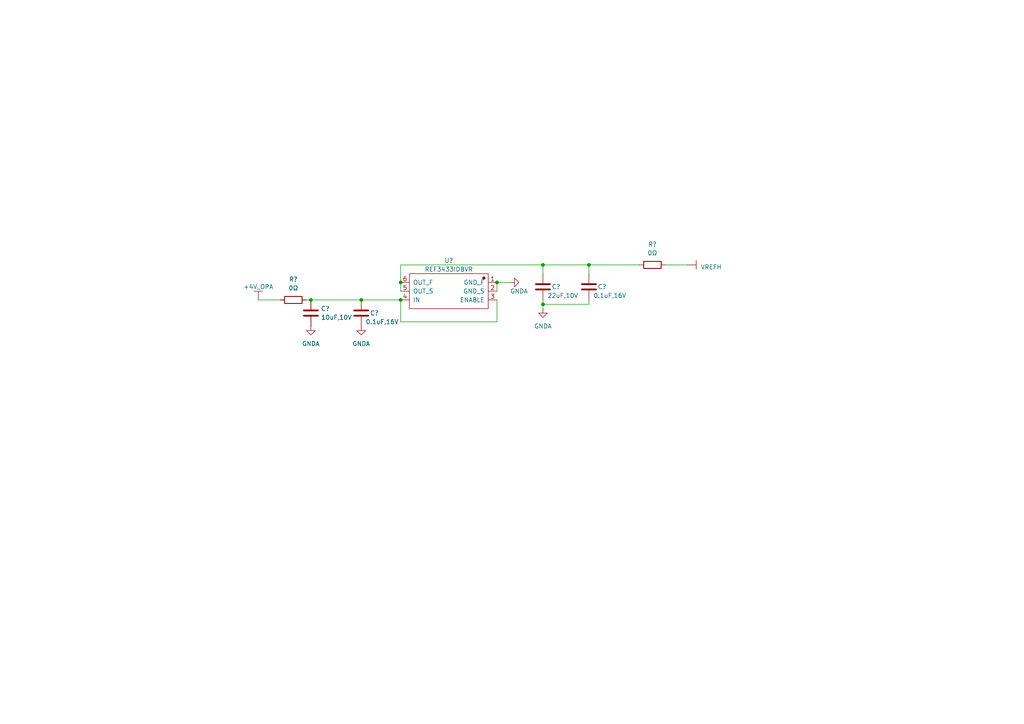
<source format=kicad_sch>
(kicad_sch (version 20230121) (generator eeschema)
  (paper "A4")
  (title_block (title "HPM6E00ADCEVKRevC") (date "2024-09-17") (rev "RevC") (comment 1 "VREF"))
  (lib_symbols
    (symbol "00_HPM_power:+4V_OPA" (power) (pin_numbers hide) (pin_names (offset 0) hide) (in_bom no) (on_board no)
      (property "Value" "+4V_OPA" (at 0 3.81 0))
      (symbol "+4V_OPA_0_1"
        (polyline (pts (xy -1.27 2.54) (xy 1.27 2.54)))
      )
      (symbol "+4V_OPA_1_1"
        (pin power_in line (at 0 0 90) (length 2.54) (name "+4V_OPA") (number "1"))
      )
    )
    (symbol "00_HPM_power:GNDA" (power) (pin_names (offset 0))
      (property "Value" "GNDA" (at 0 -5.08 0))
      (symbol "GNDA_0_1"
        (polyline (pts (xy 0 0) (xy 0 -1.27) (xy 1.27 -1.27) (xy 0 -2.54) (xy -1.27 -1.27) (xy 0 -1.27)))
      )
      (symbol "GNDA_1_1"
        (pin power_in line (at 0 0 270) (length 0) hide (name "GNDA") (number "1"))
      )
    )
    (symbol "00_HPM_power:VREFH" (power) (pin_numbers hide) (pin_names (offset 0) hide) (in_bom no) (on_board no)
      (property "Value" "VREFH" (at 0 3.81 0))
      (symbol "VREFH_0_1"
        (polyline (pts (xy -1.27 2.54) (xy 1.27 2.54)))
      )
      (symbol "VREFH_1_1"
        (pin power_in line (at 0 0 90) (length 2.54) (name "VREFH") (number "1"))
      )
    )
    (symbol "02_HPM_Resistor:0Ω_0402" (pin_numbers hide) (pin_names (offset 0))
      (property "Reference" "R" (at 0 5.08 0))
      (property "Value" "0Ω" (at 0 8.89 0))
      (symbol "0Ω_0402_0_1"
        (rectangle (start 2.54 -1.016) (end -2.54 1.016) (stroke (width 0.254)))
      )
      (symbol "0Ω_0402_1_1"
        (pin passive line (at -3.81 0 0) (length 1.27) (name "~") (number "1"))
        (pin passive line (at 3.81 0 180) (length 1.27) (name "~") (number "2"))
      )
    )
    (symbol "03_HPM_Capacitance:0.1uF,16V_0402" (pin_numbers hide) (pin_names (offset 0.254))
      (property "Reference" "C" (at -1.27 10.16 0))
      (property "Value" "0.1uF,16V" (at -5.08 12.7 0))
      (symbol "0.1uF,16V_0402_0_1"
        (polyline (pts (xy -2.032 -0.762) (xy 2.032 -0.762)) (stroke (width 0.508)))
        (polyline (pts (xy -2.032 0.762) (xy 2.032 0.762)) (stroke (width 0.508)))
      )
      (symbol "0.1uF,16V_0402_1_1"
        (pin passive line (at 0 3.81 270) (length 2.794) (name "~") (number "1"))
        (pin passive line (at 0 -3.81 90) (length 2.794) (name "~") (number "2"))
      )
    )
    (symbol "03_HPM_Capacitance:10uF,10V_0402" (pin_numbers hide) (pin_names (offset 0.254))
      (property "Reference" "C" (at -3.81 15.24 0))
      (property "Value" "10uF,10V" (at -3.81 10.16 0))
      (symbol "10uF,10V_0402_0_1"
        (polyline (pts (xy -2.032 -0.762) (xy 2.032 -0.762)) (stroke (width 0.508)))
        (polyline (pts (xy -2.032 0.762) (xy 2.032 0.762)) (stroke (width 0.508)))
      )
      (symbol "10uF,10V_0402_1_1"
        (pin passive line (at 0 3.81 270) (length 2.794) (name "~") (number "1"))
        (pin passive line (at 0 -3.81 90) (length 2.794) (name "~") (number "2"))
      )
    )
    (symbol "03_HPM_Capacitance:22uF,10V_0805" (pin_numbers hide)
      (property "Reference" "C" (at 0 8.89 0))
      (property "Value" "22uF,10V" (at 0 13.97 0))
      (symbol "22uF,10V_0805_0_1"
        (polyline (pts (xy -2.032 -0.762) (xy 2.032 -0.762)) (stroke (width 0.508)))
        (polyline (pts (xy -2.032 0.762) (xy 2.032 0.762)) (stroke (width 0.508)))
      )
      (symbol "22uF,10V_0805_1_1"
        (pin passive line (at 0 3.81 270) (length 2.794) (name "~") (number "1"))
        (pin passive line (at 0 -3.81 90) (length 2.794) (name "~") (number "2"))
      )
    )
    (symbol "15_HPM_Libing:REF3433IDBVR" (pin_names (offset 1.016))
      (property "Reference" "U?" (at 0 7.6962 0))
      (property "Value" "REF3433IDBVR" (at 0 12.7762 0))
      (symbol "REF3433IDBVR_1_1"
        (rectangle (start -11.43 5.08) (end 11.43 -5.08) (stroke (width 0.1524)))
        (circle (center -10.16 3.81) (radius 0.381) (stroke (width 0.1524)) (fill (type outline)))
        (pin input line (at -13.97 2.54 0) (length 2.54) (name "GND_F") (number "1"))
        (pin input line (at -13.97 0 0) (length 2.54) (name "GND_S") (number "2"))
        (pin input line (at -13.97 -2.54 0) (length 2.54) (name "ENABLE") (number "3"))
        (pin input line (at 13.97 -2.54 180) (length 2.54) (name "IN") (number "4"))
        (pin input line (at 13.97 0 180) (length 2.54) (name "OUT_S") (number "5"))
        (pin input line (at 13.97 2.54 180) (length 2.54) (name "OUT_F") (number "6"))
      )
    )
  )
  (junction (at 157.48 88.265))
  (junction (at 157.48 76.835))
  (junction (at 104.775 86.995))
  (junction (at 90.17 86.995))
  (junction (at 170.815 76.835))
  (junction (at 116.205 86.995))
  (junction (at 144.145 81.915))
  (junction (at 116.205 81.915))
  (wire (pts (xy 170.815 76.835) (xy 185.42 76.835)))
  (wire (pts (xy 157.48 88.265) (xy 157.48 86.995)))
  (wire (pts (xy 157.48 76.835) (xy 157.48 79.375)))
  (wire (pts (xy 104.775 86.995) (xy 116.205 86.995)))
  (wire (pts (xy 157.48 89.535) (xy 157.48 88.265)))
  (wire (pts (xy 170.815 86.995) (xy 170.815 88.265)))
  (wire (pts (xy 116.205 81.915) (xy 116.205 76.835)))
  (wire (pts (xy 144.145 93.345) (xy 116.205 93.345)))
  (wire (pts (xy 144.145 81.915) (xy 144.145 84.455)))
  (wire (pts (xy 116.205 93.345) (xy 116.205 86.995)))
  (wire (pts (xy 116.205 84.455) (xy 116.205 81.915)))
  (wire (pts (xy 170.815 79.375) (xy 170.815 76.835)))
  (wire (pts (xy 147.955 81.915) (xy 144.145 81.915)))
  (wire (pts (xy 116.205 76.835) (xy 157.48 76.835)))
  (wire (pts (xy 74.93 86.995) (xy 81.28 86.995)))
  (wire (pts (xy 157.48 76.835) (xy 170.815 76.835)))
  (wire (pts (xy 144.145 86.995) (xy 144.145 93.345)))
  (wire (pts (xy 88.9 86.995) (xy 90.17 86.995)))
  (wire (pts (xy 199.39 76.835) (xy 193.04 76.835)))
  (wire (pts (xy 157.48 88.265) (xy 170.815 88.265)))
  (wire (pts (xy 90.17 86.995) (xy 104.775 86.995)))
  (symbol (lib_id "15_HPM_Libing:REF3433IDBVR") (at 130.175 84.455 0) (mirror y) (unit 1)
    (property "Reference" "U?" (at 130.175 75.565 0))
    (property "Value" "REF3433IDBVR" (at 130.175 78.105 0))
    (property "Footprint" "kicad_lceda:TSOT-23-6_L2.9-W1.6-P0.95-LS2.8-TL" (effects hide))
    (property "SuppliersPartNumber" "C882722" (effects hide))
    (property "uuid" "std:0c9ceb81bcbd48178b467e87fa28b230" (effects hide))
    (property "Model" " REF3433IDBVR" (effects hide))
    (property "Company" " TI(德州仪器)" (effects hide))
    (instances (project "HPM62_63_144_ADC_EVK_RevC" (path "" (reference "U?") (unit 1))) (project "HPM6E00ADCEVKRevC" (path "" (reference "U11") (unit 1))))
  )
  (symbol (lib_id "03_HPM_Capacitance:0.1uF,16V_0402") (at 170.815 83.185 0) (unit 1)
    (property "Reference" "C?" (at 173.355 83.185 0) (effects (justify left)))
    (property "Value" "0.1uF,16V" (at 172.085 85.725 0) (effects (justify left)))
    (property "Footprint" "03_HPM_Capacitance:C_0402_1005Metric" (effects hide))
    (property "Model" "CL05B104KO5NNNC" (effects hide))
    (property "Company" "SAMSUNG(三星)" (effects hide))
    (instances (project "HPM62_63_144_ADC_EVK_RevC" (path "" (reference "C?") (unit 1)) (path "" (reference "C?") (unit 1))) (project "HPM6E00ADCEVKRevC" (path "" (reference "C99") (unit 1))))
  )
  (symbol (lib_id "00_HPM_power:+4V_OPA") (at 74.93 86.995 0) (unit 1) (in_bom no) (on_board no)
    (property "Reference" "#PWR?" (effects hide))
    (property "Value" "+4V_OPA" (at 74.93 83.185 0))
    (instances (project "HPM62_63_144_ADC_EVK_RevC" (path "" (reference "#PWR?") (unit 1)) (path "" (reference "#PWR?") (unit 1))) (project "HPM6E00ADCEVKRevC" (path "" (reference "#PWR0264") (unit 1))))
  )
  (symbol (lib_id "00_HPM_power:GNDA") (at 90.17 94.615 0) (unit 1)
    (property "Reference" "#PWR?" (effects hide))
    (property "Value" "GNDA" (at 90.17 99.695 0))
    (instances (project "HPM62_63_144_ADC_EVK_RevC" (path "" (reference "#PWR?") (unit 1)) (path "" (reference "#PWR?") (unit 1))) (project "HPM6E00ADCEVKRevC" (path "" (reference "#PWR0262") (unit 1))))
  )
  (symbol (lib_id "03_HPM_Capacitance:22uF,10V_0805") (at 157.48 83.185 0) (unit 1)
    (property "Reference" "C?" (at 160.02 83.185 0) (effects (justify left)))
    (property "Value" "22uF,10V" (at 158.75 85.725 0) (effects (justify left)))
    (property "Footprint" "03_HPM_Capacitance:C_0805_2012Metric" (effects hide))
    (property "Model" " CL21A226MPQNNNE" (effects hide))
    (property "Company" " SAMSUNG(三星) " (effects hide))
    (instances (project "HPM62_63_144_ADC_EVK_RevC" (path "" (reference "C?") (unit 1)) (path "" (reference "C?") (unit 1))) (project "HPM6E00ADCEVKRevC" (path "" (reference "C98") (unit 1))))
  )
  (symbol (lib_id "00_HPM_power:GNDA") (at 147.955 81.915 90) (unit 1)
    (property "Reference" "#PWR?" (effects hide))
    (property "Value" "GNDA" (at 147.955 84.455 90) (effects (justify right)))
    (instances (project "HPM62_63_144_ADC_EVK_RevC" (path "" (reference "#PWR?") (unit 1)) (path "" (reference "#PWR?") (unit 1))) (project "HPM6E00ADCEVKRevC" (path "" (reference "#PWR0260") (unit 1))))
  )
  (symbol (lib_id "02_HPM_Resistor:0Ω_0402") (at 189.23 76.835 0) (unit 1)
    (property "Reference" "R?" (at 189.23 70.866 0))
    (property "Value" "0Ω" (at 189.23 73.406 0))
    (property "Footprint" "02_HPM_Resistor:R_0402_1005Metric" (effects hide))
    (property "Model" "RC0402JR-070RL" (effects hide))
    (property "Company" "YAGEO(国巨)" (effects hide))
    (instances (project "HPM62_63_144_ADC_EVK_RevC" (path "" (reference "R?") (unit 1))) (project "HPM6E00ADCEVKRevC" (path "" (reference "R52") (unit 1))))
  )
  (symbol (lib_id "00_HPM_power:GNDA") (at 157.48 89.535 0) (unit 1)
    (property "Reference" "#PWR?" (effects hide))
    (property "Value" "GNDA" (at 157.48 94.615 0))
    (instances (project "HPM62_63_144_ADC_EVK_RevC" (path "" (reference "#PWR?") (unit 1)) (path "" (reference "#PWR?") (unit 1))) (project "HPM6E00ADCEVKRevC" (path "" (reference "#PWR0259") (unit 1))))
  )
  (symbol (lib_id "03_HPM_Capacitance:10uF,10V_0402") (at 90.17 90.805 0) (unit 1)
    (property "Reference" "C?" (at 93.091 89.535 0) (effects (justify left)))
    (property "Value" "10uF,10V" (at 93.091 92.075 0) (effects (justify left)))
    (property "Footprint" "03_HPM_Capacitance:C_0603_1608Metric" (effects hide))
    (property "Model" "CL05A106MP5NUNC" (effects hide))
    (property "Company" " SAMSUNG(三星)" (effects hide))
    (instances (project "HPM62_63_144_ADC_EVK_RevC" (path "" (reference "C?") (unit 1))) (project "HPM6E00ADCEVKRevC" (path "" (reference "C96") (unit 1))))
  )
  (symbol (lib_id "00_HPM_power:GNDA") (at 104.775 94.615 0) (unit 1)
    (property "Reference" "#PWR?" (effects hide))
    (property "Value" "GNDA" (at 104.775 99.695 0))
    (instances (project "HPM62_63_144_ADC_EVK_RevC" (path "" (reference "#PWR?") (unit 1)) (path "" (reference "#PWR?") (unit 1))) (project "HPM6E00ADCEVKRevC" (path "" (reference "#PWR0261") (unit 1))))
  )
  (symbol (lib_id "02_HPM_Resistor:0Ω_0402") (at 85.09 86.995 0) (unit 1)
    (property "Reference" "R?" (at 85.09 81.026 0))
    (property "Value" "0Ω" (at 85.09 83.566 0))
    (property "Footprint" "02_HPM_Resistor:R_0402_1005Metric" (effects hide))
    (property "Model" "RC0402JR-070RL" (effects hide))
    (property "Company" "YAGEO(国巨)" (effects hide))
    (instances (project "HPM62_63_144_ADC_EVK_RevC" (path "" (reference "R?") (unit 1))) (project "HPM6E00ADCEVKRevC" (path "" (reference "R51") (unit 1))))
  )
  (symbol (lib_id "00_HPM_power:VREFH") (at 199.39 76.835 270) (unit 1) (in_bom no) (on_board no)
    (property "Reference" "#PWR?" (effects hide))
    (property "Value" "VREFH" (at 203.2 77.47 90) (effects (justify left)))
    (instances (project "HPM62_63_144_ADC_EVK_RevC" (path "" (reference "#PWR?") (unit 1))) (project "HPM6E00ADCEVKRevC" (path "" (reference "#PWR0263") (unit 1))))
  )
  (symbol (lib_id "03_HPM_Capacitance:0.1uF,16V_0402") (at 104.775 90.805 0) (unit 1)
    (property "Reference" "C?" (at 107.315 90.805 0) (effects (justify left)))
    (property "Value" "0.1uF,16V" (at 106.045 93.345 0) (effects (justify left)))
    (property "Footprint" "03_HPM_Capacitance:C_0402_1005Metric" (effects hide))
    (property "Model" "CL05B104KO5NNNC" (effects hide))
    (property "Company" "SAMSUNG(三星)" (effects hide))
    (instances (project "HPM62_63_144_ADC_EVK_RevC" (path "" (reference "C?") (unit 1)) (path "" (reference "C?") (unit 1))) (project "HPM6E00ADCEVKRevC" (path "" (reference "C97") (unit 1))))
  )
)
</source>
